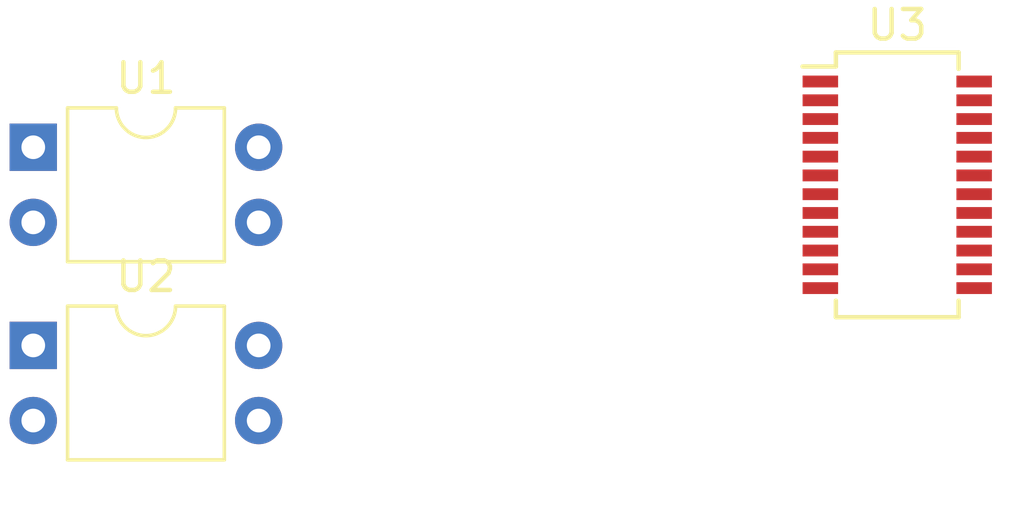
<source format=kicad_pcb>
(kicad_pcb (version 20171130) (host pcbnew 5.1.5-52549c5~84~ubuntu18.04.1)

  (general
    (thickness 1.6)
    (drawings 0)
    (tracks 0)
    (zones 0)
    (modules 3)
    (nets 2)
  )

  (page A4)
  (layers
    (0 F.Cu signal)
    (31 B.Cu signal)
    (32 B.Adhes user)
    (33 F.Adhes user)
    (34 B.Paste user)
    (35 F.Paste user)
    (36 B.SilkS user)
    (37 F.SilkS user)
    (38 B.Mask user)
    (39 F.Mask user)
    (40 Dwgs.User user)
    (41 Cmts.User user)
    (42 Eco1.User user)
    (43 Eco2.User user)
    (44 Edge.Cuts user)
    (45 Margin user)
    (46 B.CrtYd user)
    (47 F.CrtYd user)
    (48 B.Fab user)
    (49 F.Fab user)
  )

  (setup
    (last_trace_width 0.25)
    (trace_clearance 0.2)
    (zone_clearance 0.508)
    (zone_45_only no)
    (trace_min 0.2)
    (via_size 0.8)
    (via_drill 0.4)
    (via_min_size 0.4)
    (via_min_drill 0.3)
    (uvia_size 0.3)
    (uvia_drill 0.1)
    (uvias_allowed no)
    (uvia_min_size 0.2)
    (uvia_min_drill 0.1)
    (edge_width 0.05)
    (segment_width 0.2)
    (pcb_text_width 0.3)
    (pcb_text_size 1.5 1.5)
    (mod_edge_width 0.12)
    (mod_text_size 1 1)
    (mod_text_width 0.15)
    (pad_size 1.524 1.524)
    (pad_drill 0.762)
    (pad_to_mask_clearance 0.051)
    (solder_mask_min_width 0.25)
    (aux_axis_origin 0 0)
    (visible_elements FFFFFF7F)
    (pcbplotparams
      (layerselection 0x010fc_ffffffff)
      (usegerberextensions false)
      (usegerberattributes false)
      (usegerberadvancedattributes false)
      (creategerberjobfile false)
      (excludeedgelayer true)
      (linewidth 0.100000)
      (plotframeref false)
      (viasonmask false)
      (mode 1)
      (useauxorigin false)
      (hpglpennumber 1)
      (hpglpenspeed 20)
      (hpglpendiameter 15.000000)
      (psnegative false)
      (psa4output false)
      (plotreference true)
      (plotvalue true)
      (plotinvisibletext false)
      (padsonsilk false)
      (subtractmaskfromsilk false)
      (outputformat 1)
      (mirror false)
      (drillshape 1)
      (scaleselection 1)
      (outputdirectory ""))
  )

  (net 0 "")
  (net 1 GND)

  (net_class Default "This is the default net class."
    (clearance 0.2)
    (trace_width 0.25)
    (via_dia 0.8)
    (via_drill 0.4)
    (uvia_dia 0.3)
    (uvia_drill 0.1)
    (add_net GND)
    (add_net "Net-(Q2-Pad2)")
    (add_net "Net-(Q4-Pad2)")
    (add_net "Net-(R1-Pad2)")
    (add_net "Net-(R4-Pad2)")
    (add_net "Net-(U3-Pad1)")
    (add_net "Net-(U3-Pad10)")
    (add_net "Net-(U3-Pad11)")
    (add_net "Net-(U3-Pad12)")
    (add_net "Net-(U3-Pad13)")
    (add_net "Net-(U3-Pad14)")
    (add_net "Net-(U3-Pad15)")
    (add_net "Net-(U3-Pad16)")
    (add_net "Net-(U3-Pad17)")
    (add_net "Net-(U3-Pad18)")
    (add_net "Net-(U3-Pad19)")
    (add_net "Net-(U3-Pad2)")
    (add_net "Net-(U3-Pad20)")
    (add_net "Net-(U3-Pad21)")
    (add_net "Net-(U3-Pad22)")
    (add_net "Net-(U3-Pad23)")
    (add_net "Net-(U3-Pad24)")
    (add_net "Net-(U3-Pad3)")
    (add_net "Net-(U3-Pad4)")
    (add_net "Net-(U3-Pad5)")
    (add_net "Net-(U3-Pad6)")
    (add_net "Net-(U3-Pad7)")
    (add_net "Net-(U3-Pad8)")
    (add_net "Net-(U3-Pad9)")
  )

  (module Package_SO:SSOP-24_3.9x8.7mm_P0.635mm (layer F.Cu) (tedit 5A02F25C) (tstamp 5F26FC8D)
    (at 75.565 43.815)
    (descr "SSOP24: plastic shrink small outline package; 24 leads; body width 3.9 mm; lead pitch 0.635; (see NXP SSOP-TSSOP-VSO-REFLOW.pdf and sot556-1_po.pdf)")
    (tags "SSOP 0.635")
    (path /5F26DA69)
    (attr smd)
    (fp_text reference U3 (at 0 -5.4) (layer F.SilkS)
      (effects (font (size 1 1) (thickness 0.15)))
    )
    (fp_text value TLE7182EM (at 0 5.4) (layer F.Fab)
      (effects (font (size 1 1) (thickness 0.15)))
    )
    (fp_text user %R (at 0 0) (layer F.Fab)
      (effects (font (size 0.8 0.8) (thickness 0.15)))
    )
    (fp_line (start -2.075 -4) (end -3.2 -4) (layer F.SilkS) (width 0.15))
    (fp_line (start -2.075 4.475) (end 2.075 4.475) (layer F.SilkS) (width 0.15))
    (fp_line (start -2.075 -4.475) (end 2.075 -4.475) (layer F.SilkS) (width 0.15))
    (fp_line (start -2.075 4.475) (end -2.075 3.9175) (layer F.SilkS) (width 0.15))
    (fp_line (start 2.075 4.475) (end 2.075 3.9175) (layer F.SilkS) (width 0.15))
    (fp_line (start 2.075 -4.475) (end 2.075 -3.9175) (layer F.SilkS) (width 0.15))
    (fp_line (start -2.075 -4.475) (end -2.075 -4) (layer F.SilkS) (width 0.15))
    (fp_line (start -3.45 4.65) (end 3.45 4.65) (layer F.CrtYd) (width 0.05))
    (fp_line (start -3.45 -4.65) (end 3.45 -4.65) (layer F.CrtYd) (width 0.05))
    (fp_line (start 3.45 -4.65) (end 3.45 4.65) (layer F.CrtYd) (width 0.05))
    (fp_line (start -3.45 -4.65) (end -3.45 4.65) (layer F.CrtYd) (width 0.05))
    (fp_line (start -1.95 -3.35) (end -0.95 -4.35) (layer F.Fab) (width 0.15))
    (fp_line (start -1.95 4.35) (end -1.95 -3.35) (layer F.Fab) (width 0.15))
    (fp_line (start 1.95 4.35) (end -1.95 4.35) (layer F.Fab) (width 0.15))
    (fp_line (start 1.95 -4.35) (end 1.95 4.35) (layer F.Fab) (width 0.15))
    (fp_line (start -0.95 -4.35) (end 1.95 -4.35) (layer F.Fab) (width 0.15))
    (pad 24 smd rect (at 2.6 -3.4925) (size 1.2 0.4) (layers F.Cu F.Paste F.Mask))
    (pad 23 smd rect (at 2.6 -2.8575) (size 1.2 0.4) (layers F.Cu F.Paste F.Mask))
    (pad 22 smd rect (at 2.6 -2.2225) (size 1.2 0.4) (layers F.Cu F.Paste F.Mask))
    (pad 21 smd rect (at 2.6 -1.5875) (size 1.2 0.4) (layers F.Cu F.Paste F.Mask))
    (pad 20 smd rect (at 2.6 -0.9525) (size 1.2 0.4) (layers F.Cu F.Paste F.Mask))
    (pad 19 smd rect (at 2.6 -0.3175) (size 1.2 0.4) (layers F.Cu F.Paste F.Mask))
    (pad 18 smd rect (at 2.6 0.3175) (size 1.2 0.4) (layers F.Cu F.Paste F.Mask))
    (pad 17 smd rect (at 2.6 0.9525) (size 1.2 0.4) (layers F.Cu F.Paste F.Mask))
    (pad 16 smd rect (at 2.6 1.5875) (size 1.2 0.4) (layers F.Cu F.Paste F.Mask))
    (pad 15 smd rect (at 2.6 2.2225) (size 1.2 0.4) (layers F.Cu F.Paste F.Mask))
    (pad 14 smd rect (at 2.6 2.8575) (size 1.2 0.4) (layers F.Cu F.Paste F.Mask))
    (pad 13 smd rect (at 2.6 3.4925) (size 1.2 0.4) (layers F.Cu F.Paste F.Mask))
    (pad 12 smd rect (at -2.6 3.4925) (size 1.2 0.4) (layers F.Cu F.Paste F.Mask))
    (pad 11 smd rect (at -2.6 2.8575) (size 1.2 0.4) (layers F.Cu F.Paste F.Mask))
    (pad 10 smd rect (at -2.6 2.2225) (size 1.2 0.4) (layers F.Cu F.Paste F.Mask))
    (pad 9 smd rect (at -2.6 1.5875) (size 1.2 0.4) (layers F.Cu F.Paste F.Mask))
    (pad 8 smd rect (at -2.6 0.9525) (size 1.2 0.4) (layers F.Cu F.Paste F.Mask))
    (pad 7 smd rect (at -2.6 0.3175) (size 1.2 0.4) (layers F.Cu F.Paste F.Mask))
    (pad 6 smd rect (at -2.6 -0.3175) (size 1.2 0.4) (layers F.Cu F.Paste F.Mask))
    (pad 5 smd rect (at -2.6 -0.9525) (size 1.2 0.4) (layers F.Cu F.Paste F.Mask))
    (pad 4 smd rect (at -2.6 -1.5875) (size 1.2 0.4) (layers F.Cu F.Paste F.Mask))
    (pad 3 smd rect (at -2.6 -2.2225) (size 1.2 0.4) (layers F.Cu F.Paste F.Mask))
    (pad 2 smd rect (at -2.6 -2.8575) (size 1.2 0.4) (layers F.Cu F.Paste F.Mask))
    (pad 1 smd rect (at -2.6 -3.4925) (size 1.2 0.4) (layers F.Cu F.Paste F.Mask))
    (model ${KISYS3DMOD}/Package_SO.3dshapes/SSOP-24_3.9x8.7mm_P0.635mm.wrl
      (at (xyz 0 0 0))
      (scale (xyz 1 1 1))
      (rotate (xyz 0 0 0))
    )
  )

  (module Package_DIP:DIP-4_W7.62mm (layer F.Cu) (tedit 5A02E8C5) (tstamp 5F26FC60)
    (at 46.355 49.245)
    (descr "4-lead though-hole mounted DIP package, row spacing 7.62 mm (300 mils)")
    (tags "THT DIP DIL PDIP 2.54mm 7.62mm 300mil")
    (path /5F283FAA)
    (fp_text reference U2 (at 3.81 -2.33) (layer F.SilkS)
      (effects (font (size 1 1) (thickness 0.15)))
    )
    (fp_text value SFH617A-1 (at 3.81 4.87) (layer F.Fab)
      (effects (font (size 1 1) (thickness 0.15)))
    )
    (fp_text user %R (at 3.81 1.27) (layer F.Fab)
      (effects (font (size 1 1) (thickness 0.15)))
    )
    (fp_line (start 8.7 -1.55) (end -1.1 -1.55) (layer F.CrtYd) (width 0.05))
    (fp_line (start 8.7 4.1) (end 8.7 -1.55) (layer F.CrtYd) (width 0.05))
    (fp_line (start -1.1 4.1) (end 8.7 4.1) (layer F.CrtYd) (width 0.05))
    (fp_line (start -1.1 -1.55) (end -1.1 4.1) (layer F.CrtYd) (width 0.05))
    (fp_line (start 6.46 -1.33) (end 4.81 -1.33) (layer F.SilkS) (width 0.12))
    (fp_line (start 6.46 3.87) (end 6.46 -1.33) (layer F.SilkS) (width 0.12))
    (fp_line (start 1.16 3.87) (end 6.46 3.87) (layer F.SilkS) (width 0.12))
    (fp_line (start 1.16 -1.33) (end 1.16 3.87) (layer F.SilkS) (width 0.12))
    (fp_line (start 2.81 -1.33) (end 1.16 -1.33) (layer F.SilkS) (width 0.12))
    (fp_line (start 0.635 -0.27) (end 1.635 -1.27) (layer F.Fab) (width 0.1))
    (fp_line (start 0.635 3.81) (end 0.635 -0.27) (layer F.Fab) (width 0.1))
    (fp_line (start 6.985 3.81) (end 0.635 3.81) (layer F.Fab) (width 0.1))
    (fp_line (start 6.985 -1.27) (end 6.985 3.81) (layer F.Fab) (width 0.1))
    (fp_line (start 1.635 -1.27) (end 6.985 -1.27) (layer F.Fab) (width 0.1))
    (fp_arc (start 3.81 -1.33) (end 2.81 -1.33) (angle -180) (layer F.SilkS) (width 0.12))
    (pad 4 thru_hole oval (at 7.62 0) (size 1.6 1.6) (drill 0.8) (layers *.Cu *.Mask))
    (pad 2 thru_hole oval (at 0 2.54) (size 1.6 1.6) (drill 0.8) (layers *.Cu *.Mask)
      (net 1 GND))
    (pad 3 thru_hole oval (at 7.62 2.54) (size 1.6 1.6) (drill 0.8) (layers *.Cu *.Mask)
      (net 1 GND))
    (pad 1 thru_hole rect (at 0 0) (size 1.6 1.6) (drill 0.8) (layers *.Cu *.Mask))
    (model ${KISYS3DMOD}/Package_DIP.3dshapes/DIP-4_W7.62mm.wrl
      (at (xyz 0 0 0))
      (scale (xyz 1 1 1))
      (rotate (xyz 0 0 0))
    )
  )

  (module Package_DIP:DIP-4_W7.62mm (layer F.Cu) (tedit 5A02E8C5) (tstamp 5F26FC48)
    (at 46.355 42.545)
    (descr "4-lead though-hole mounted DIP package, row spacing 7.62 mm (300 mils)")
    (tags "THT DIP DIL PDIP 2.54mm 7.62mm 300mil")
    (path /5F281CB3)
    (fp_text reference U1 (at 3.81 -2.33) (layer F.SilkS)
      (effects (font (size 1 1) (thickness 0.15)))
    )
    (fp_text value SFH617A-1 (at 3.81 4.87) (layer F.Fab)
      (effects (font (size 1 1) (thickness 0.15)))
    )
    (fp_text user %R (at 3.81 1.27) (layer F.Fab)
      (effects (font (size 1 1) (thickness 0.15)))
    )
    (fp_line (start 8.7 -1.55) (end -1.1 -1.55) (layer F.CrtYd) (width 0.05))
    (fp_line (start 8.7 4.1) (end 8.7 -1.55) (layer F.CrtYd) (width 0.05))
    (fp_line (start -1.1 4.1) (end 8.7 4.1) (layer F.CrtYd) (width 0.05))
    (fp_line (start -1.1 -1.55) (end -1.1 4.1) (layer F.CrtYd) (width 0.05))
    (fp_line (start 6.46 -1.33) (end 4.81 -1.33) (layer F.SilkS) (width 0.12))
    (fp_line (start 6.46 3.87) (end 6.46 -1.33) (layer F.SilkS) (width 0.12))
    (fp_line (start 1.16 3.87) (end 6.46 3.87) (layer F.SilkS) (width 0.12))
    (fp_line (start 1.16 -1.33) (end 1.16 3.87) (layer F.SilkS) (width 0.12))
    (fp_line (start 2.81 -1.33) (end 1.16 -1.33) (layer F.SilkS) (width 0.12))
    (fp_line (start 0.635 -0.27) (end 1.635 -1.27) (layer F.Fab) (width 0.1))
    (fp_line (start 0.635 3.81) (end 0.635 -0.27) (layer F.Fab) (width 0.1))
    (fp_line (start 6.985 3.81) (end 0.635 3.81) (layer F.Fab) (width 0.1))
    (fp_line (start 6.985 -1.27) (end 6.985 3.81) (layer F.Fab) (width 0.1))
    (fp_line (start 1.635 -1.27) (end 6.985 -1.27) (layer F.Fab) (width 0.1))
    (fp_arc (start 3.81 -1.33) (end 2.81 -1.33) (angle -180) (layer F.SilkS) (width 0.12))
    (pad 4 thru_hole oval (at 7.62 0) (size 1.6 1.6) (drill 0.8) (layers *.Cu *.Mask))
    (pad 2 thru_hole oval (at 0 2.54) (size 1.6 1.6) (drill 0.8) (layers *.Cu *.Mask)
      (net 1 GND))
    (pad 3 thru_hole oval (at 7.62 2.54) (size 1.6 1.6) (drill 0.8) (layers *.Cu *.Mask)
      (net 1 GND))
    (pad 1 thru_hole rect (at 0 0) (size 1.6 1.6) (drill 0.8) (layers *.Cu *.Mask))
    (model ${KISYS3DMOD}/Package_DIP.3dshapes/DIP-4_W7.62mm.wrl
      (at (xyz 0 0 0))
      (scale (xyz 1 1 1))
      (rotate (xyz 0 0 0))
    )
  )

)

</source>
